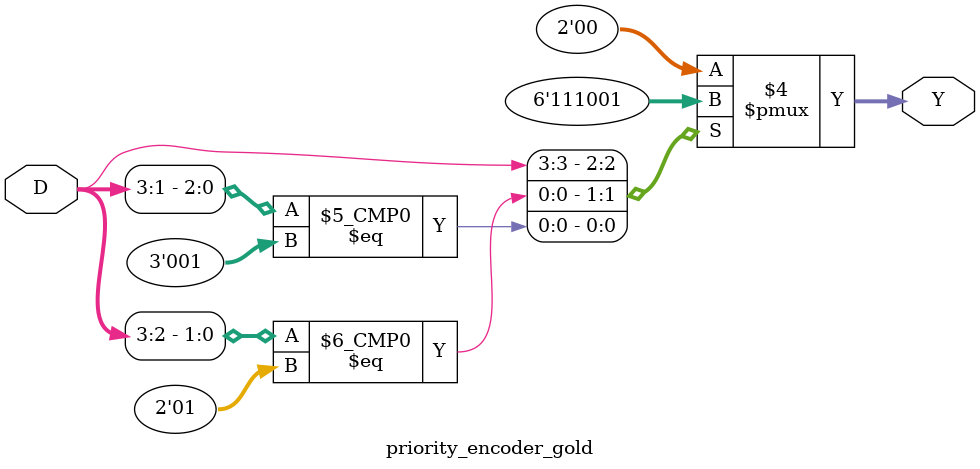
<source format=v>
module priority_encoder_gold(
    input  wire [3:0] D,
    output reg  [1:0] Y
);
    always @(*) begin
        casez (D)
            4'b1???: Y = 2'b11;   // D3
            4'b01??: Y = 2'b10;   // D2
            4'b001?: Y = 2'b01;   // D1
            4'b0001: Y = 2'b00;   // D0
            default: Y = 2'b00;
        endcase
    end
endmodule



</source>
